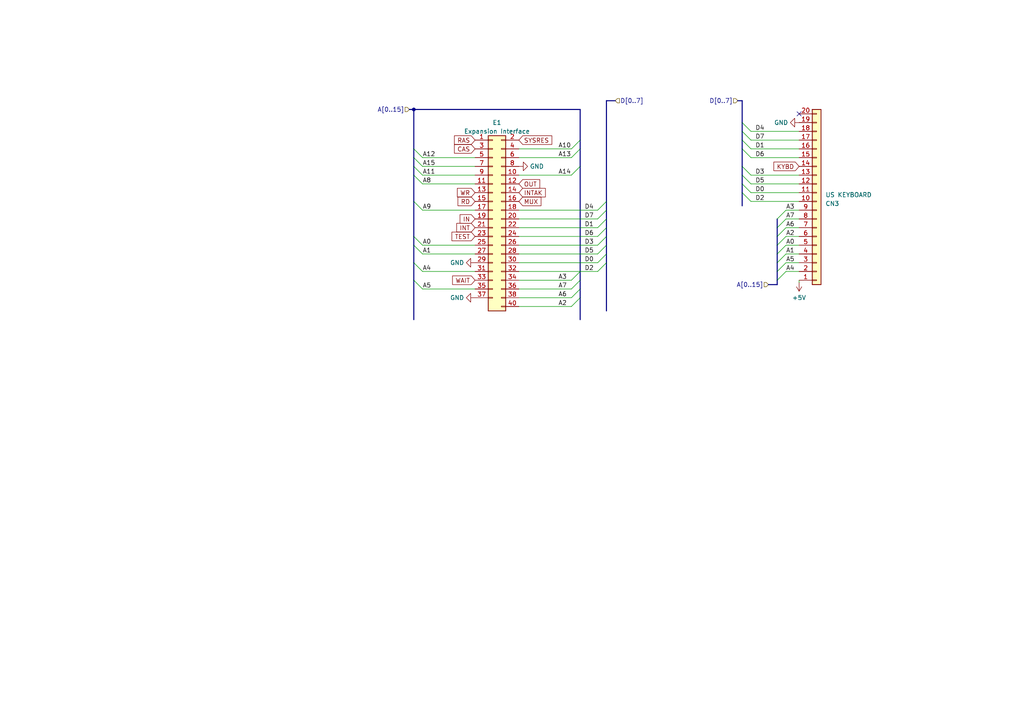
<source format=kicad_sch>
(kicad_sch (version 20230121) (generator eeschema)
  (paper "A4")
  (lib_symbols
    (symbol "Connector_Generic:Conn_01x20" (pin_names (offset 1.016) hide)
      (property "Reference" "J" (at 0 25.4 0))
      (property "Value" "Conn_01x20" (at 0 -27.94 0))
      (symbol "Conn_01x20_1_1"
        (rectangle (start -1.27 -25.273) (end 0 -25.527) (stroke (width 0.1524)))
        (rectangle (start -1.27 -22.733) (end 0 -22.987) (stroke (width 0.1524)))
        (rectangle (start -1.27 -20.193) (end 0 -20.447) (stroke (width 0.1524)))
        (rectangle (start -1.27 -17.653) (end 0 -17.907) (stroke (width 0.1524)))
        (rectangle (start -1.27 -15.113) (end 0 -15.367) (stroke (width 0.1524)))
        (rectangle (start -1.27 -12.573) (end 0 -12.827) (stroke (width 0.1524)))
        (rectangle (start -1.27 -10.033) (end 0 -10.287) (stroke (width 0.1524)))
        (rectangle (start -1.27 -7.493) (end 0 -7.747) (stroke (width 0.1524)))
        (rectangle (start -1.27 -4.953) (end 0 -5.207) (stroke (width 0.1524)))
        (rectangle (start -1.27 -2.413) (end 0 -2.667) (stroke (width 0.1524)))
        (rectangle (start -1.27 0.127) (end 0 -0.127) (stroke (width 0.1524)))
        (rectangle (start -1.27 2.667) (end 0 2.413) (stroke (width 0.1524)))
        (rectangle (start -1.27 5.207) (end 0 4.953) (stroke (width 0.1524)))
        (rectangle (start -1.27 7.747) (end 0 7.493) (stroke (width 0.1524)))
        (rectangle (start -1.27 10.287) (end 0 10.033) (stroke (width 0.1524)))
        (rectangle (start -1.27 12.827) (end 0 12.573) (stroke (width 0.1524)))
        (rectangle (start -1.27 15.367) (end 0 15.113) (stroke (width 0.1524)))
        (rectangle (start -1.27 17.907) (end 0 17.653) (stroke (width 0.1524)))
        (rectangle (start -1.27 20.447) (end 0 20.193) (stroke (width 0.1524)))
        (rectangle (start -1.27 22.987) (end 0 22.733) (stroke (width 0.1524)))
        (rectangle (start -1.27 24.13) (end 1.27 -26.67) (stroke (width 0.254)) (fill (type background)))
        (pin passive line (at -5.08 22.86 0) (length 3.81) (name "Pin_1") (number "1"))
        (pin passive line (at -5.08 0 0) (length 3.81) (name "Pin_10") (number "10"))
        (pin passive line (at -5.08 -2.54 0) (length 3.81) (name "Pin_11") (number "11"))
        (pin passive line (at -5.08 -5.08 0) (length 3.81) (name "Pin_12") (number "12"))
        (pin passive line (at -5.08 -7.62 0) (length 3.81) (name "Pin_13") (number "13"))
        (pin passive line (at -5.08 -10.16 0) (length 3.81) (name "Pin_14") (number "14"))
        (pin passive line (at -5.08 -12.7 0) (length 3.81) (name "Pin_15") (number "15"))
        (pin passive line (at -5.08 -15.24 0) (length 3.81) (name "Pin_16") (number "16"))
        (pin passive line (at -5.08 -17.78 0) (length 3.81) (name "Pin_17") (number "17"))
        (pin passive line (at -5.08 -20.32 0) (length 3.81) (name "Pin_18") (number "18"))
        (pin passive line (at -5.08 -22.86 0) (length 3.81) (name "Pin_19") (number "19"))
        (pin passive line (at -5.08 20.32 0) (length 3.81) (name "Pin_2") (number "2"))
        (pin passive line (at -5.08 -25.4 0) (length 3.81) (name "Pin_20") (number "20"))
        (pin passive line (at -5.08 17.78 0) (length 3.81) (name "Pin_3") (number "3"))
        (pin passive line (at -5.08 15.24 0) (length 3.81) (name "Pin_4") (number "4"))
        (pin passive line (at -5.08 12.7 0) (length 3.81) (name "Pin_5") (number "5"))
        (pin passive line (at -5.08 10.16 0) (length 3.81) (name "Pin_6") (number "6"))
        (pin passive line (at -5.08 7.62 0) (length 3.81) (name "Pin_7") (number "7"))
        (pin passive line (at -5.08 5.08 0) (length 3.81) (name "Pin_8") (number "8"))
        (pin passive line (at -5.08 2.54 0) (length 3.81) (name "Pin_9") (number "9"))
      )
    )
    (symbol "TRS80IUS:Expansion" (pin_names (offset 1.016) hide)
      (property "Reference" "E1" (at 1.27 27.94 0))
      (property "Value" "Expansion Interface" (at 1.27 25.4 0))
      (symbol "Expansion_1_1"
        (rectangle (start -1.27 -22.733) (end 0 -22.987) (stroke (width 0.1524)))
        (rectangle (start -1.27 -20.193) (end 0 -20.447) (stroke (width 0.1524)))
        (rectangle (start -1.27 -17.653) (end 0 -17.907) (stroke (width 0.1524)))
        (rectangle (start -1.27 -15.113) (end 0 -15.367) (stroke (width 0.1524)))
        (rectangle (start -1.27 -12.573) (end 0 -12.827) (stroke (width 0.1524)))
        (rectangle (start -1.27 -10.033) (end 0 -10.287) (stroke (width 0.1524)))
        (rectangle (start -1.27 -7.493) (end 0 -7.747) (stroke (width 0.1524)))
        (rectangle (start -1.27 -4.953) (end 0 -5.207) (stroke (width 0.1524)))
        (rectangle (start -1.27 -2.413) (end 0 -2.667) (stroke (width 0.1524)))
        (rectangle (start -1.27 0.127) (end 0 -0.127) (stroke (width 0.1524)))
        (rectangle (start -1.27 2.667) (end 0 2.413) (stroke (width 0.1524)))
        (rectangle (start -1.27 5.207) (end 0 4.953) (stroke (width 0.1524)))
        (rectangle (start -1.27 7.747) (end 0 7.493) (stroke (width 0.1524)))
        (rectangle (start -1.27 10.287) (end 0 10.033) (stroke (width 0.1524)))
        (rectangle (start -1.27 12.827) (end 0 12.573) (stroke (width 0.1524)))
        (rectangle (start -1.27 15.367) (end 0 15.113) (stroke (width 0.1524)))
        (rectangle (start -1.27 17.907) (end 0 17.653) (stroke (width 0.1524)))
        (rectangle (start -1.27 20.447) (end 0 20.193) (stroke (width 0.1524)))
        (rectangle (start -1.27 22.987) (end 0 22.733) (stroke (width 0.1524)))
        (rectangle (start -1.27 24.13) (end 3.81 -26.67) (stroke (width 0.254)) (fill (type background)))
        (rectangle (start 3.81 -25.273) (end 2.54 -25.527) (stroke (width 0.1524)))
        (rectangle (start 3.81 -22.733) (end 2.54 -22.987) (stroke (width 0.1524)))
        (rectangle (start 3.81 -20.193) (end 2.54 -20.447) (stroke (width 0.1524)))
        (rectangle (start 3.81 -17.653) (end 2.54 -17.907) (stroke (width 0.1524)))
        (rectangle (start 3.81 -15.113) (end 2.54 -15.367) (stroke (width 0.1524)))
        (rectangle (start 3.81 -12.573) (end 2.54 -12.827) (stroke (width 0.1524)))
        (rectangle (start 3.81 -10.033) (end 2.54 -10.287) (stroke (width 0.1524)))
        (rectangle (start 3.81 -7.493) (end 2.54 -7.747) (stroke (width 0.1524)))
        (rectangle (start 3.81 -4.953) (end 2.54 -5.207) (stroke (width 0.1524)))
        (rectangle (start 3.81 -2.413) (end 2.54 -2.667) (stroke (width 0.1524)))
        (rectangle (start 3.81 0.127) (end 2.54 -0.127) (stroke (width 0.1524)))
        (rectangle (start 3.81 2.667) (end 2.54 2.413) (stroke (width 0.1524)))
        (rectangle (start 3.81 5.207) (end 2.54 4.953) (stroke (width 0.1524)))
        (rectangle (start 3.81 7.747) (end 2.54 7.493) (stroke (width 0.1524)))
        (rectangle (start 3.81 10.287) (end 2.54 10.033) (stroke (width 0.1524)))
        (rectangle (start 3.81 12.827) (end 2.54 12.573) (stroke (width 0.1524)))
        (rectangle (start 3.81 15.367) (end 2.54 15.113) (stroke (width 0.1524)))
        (rectangle (start 3.81 17.907) (end 2.54 17.653) (stroke (width 0.1524)))
        (rectangle (start 3.81 20.447) (end 2.54 20.193) (stroke (width 0.1524)))
        (rectangle (start 3.81 22.987) (end 2.54 22.733) (stroke (width 0.1524)))
        (pin passive line (at -5.08 22.86 0) (length 3.81) (name "Pin_1") (number "1"))
        (pin passive line (at 7.62 12.7 180) (length 3.81) (name "Pin_10") (number "10"))
        (pin passive line (at -5.08 10.16 0) (length 3.81) (name "Pin_11") (number "11"))
        (pin passive line (at 7.62 10.16 180) (length 3.81) (name "Pin_12") (number "12"))
        (pin passive line (at -5.08 7.62 0) (length 3.81) (name "Pin_13") (number "13"))
        (pin passive line (at 7.62 7.62 180) (length 3.81) (name "Pin_14") (number "14"))
        (pin passive line (at -5.08 5.08 0) (length 3.81) (name "Pin_15") (number "15"))
        (pin passive line (at 7.62 5.08 180) (length 3.81) (name "Pin_16") (number "16"))
        (pin passive line (at -5.08 2.54 0) (length 3.81) (name "Pin_17") (number "17"))
        (pin passive line (at 7.62 2.54 180) (length 3.81) (name "Pin_18") (number "18"))
        (pin passive line (at -5.08 0 0) (length 3.81) (name "Pin_19") (number "19"))
        (pin passive line (at 7.62 22.86 180) (length 3.81) (name "Pin_2") (number "2"))
        (pin passive line (at 7.62 0 180) (length 3.81) (name "Pin_20") (number "20"))
        (pin passive line (at -5.08 -2.54 0) (length 3.81) (name "Pin_21") (number "21"))
        (pin passive line (at 7.62 -2.54 180) (length 3.81) (name "Pin_22") (number "22"))
        (pin passive line (at -5.08 -5.08 0) (length 3.81) (name "Pin_23") (number "23"))
        (pin passive line (at 7.62 -5.08 180) (length 3.81) (name "Pin_24") (number "24"))
        (pin passive line (at -5.08 -7.62 0) (length 3.81) (name "Pin_25") (number "25"))
        (pin passive line (at 7.62 -7.62 180) (length 3.81) (name "Pin_26") (number "26"))
        (pin passive line (at -5.08 -10.16 0) (length 3.81) (name "Pin_27") (number "27"))
        (pin passive line (at 7.62 -10.16 180) (length 3.81) (name "Pin_28") (number "28"))
        (pin passive line (at -5.08 -12.7 0) (length 3.81) (name "Pin_29") (number "29"))
        (pin passive line (at -5.08 20.32 0) (length 3.81) (name "Pin_3") (number "3"))
        (pin passive line (at 7.62 -12.7 180) (length 3.81) (name "Pin_30") (number "30"))
        (pin passive line (at -5.08 -15.24 0) (length 3.81) (name "Pin_31") (number "31"))
        (pin passive line (at 7.62 -15.24 180) (length 3.81) (name "Pin_32") (number "32"))
        (pin passive line (at -5.08 -17.78 0) (length 3.81) (name "Pin_33") (number "33"))
        (pin passive line (at 7.62 -17.78 180) (length 3.81) (name "Pin_34") (number "34"))
        (pin passive line (at -5.08 -20.32 0) (length 3.81) (name "Pin_35") (number "35"))
        (pin passive line (at 7.62 -20.32 180) (length 3.81) (name "Pin_36") (number "36"))
        (pin passive line (at -5.08 -22.86 0) (length 3.81) (name "Pin_37") (number "37"))
        (pin passive line (at 7.62 -22.86 180) (length 3.81) (name "Pin_38") (number "38"))
        (pin passive line (at 7.62 20.32 180) (length 3.81) (name "Pin_4") (number "4"))
        (pin passive line (at 7.62 -25.4 180) (length 3.81) (name "Pin_40") (number "40"))
        (pin passive line (at -5.08 17.78 0) (length 3.81) (name "Pin_5") (number "5"))
        (pin passive line (at 7.62 17.78 180) (length 3.81) (name "Pin_6") (number "6"))
        (pin passive line (at -5.08 15.24 0) (length 3.81) (name "Pin_7") (number "7"))
        (pin passive line (at 7.62 15.24 180) (length 3.81) (name "Pin_8") (number "8"))
        (pin passive line (at -5.08 12.7 0) (length 3.81) (name "Pin_9") (number "9"))
      )
    )
    (symbol "power:+5V" (power) (pin_names (offset 0))
      (property "Value" "+5V" (at 0 3.556 0))
      (symbol "+5V_0_1"
        (polyline (pts (xy -0.762 1.27) (xy 0 2.54)))
        (polyline (pts (xy 0 0) (xy 0 2.54)))
        (polyline (pts (xy 0 2.54) (xy 0.762 1.27)))
      )
      (symbol "+5V_1_1"
        (pin power_in line (at 0 0 90) (length 0) hide (name "+5V") (number "1"))
      )
    )
    (symbol "power:GND" (power) (pin_names (offset 0))
      (property "Value" "GND" (at 0 -3.81 0))
      (symbol "GND_0_1"
        (polyline (pts (xy 0 0) (xy 0 -1.27) (xy 1.27 -1.27) (xy 0 -2.54) (xy -1.27 -1.27) (xy 0 -1.27)))
      )
      (symbol "GND_1_1"
        (pin power_in line (at 0 0 270) (length 0) hide (name "GND") (number "1"))
      )
    )
  )
  (junction (at 120.015 31.75))
  (no_connect (at 231.775 33.02))
  (bus_entry (at 120.015 71.12) (size 2.54 2.54))
  (bus_entry (at 225.425 63.5) (size 2.54 -2.54))
  (bus_entry (at 215.265 48.26) (size 2.54 2.54))
  (bus_entry (at 173.355 73.66) (size 2.54 -2.54))
  (bus_entry (at 225.425 73.66) (size 2.54 -2.54))
  (bus_entry (at 225.425 81.28) (size 2.54 -2.54))
  (bus_entry (at 120.015 50.8) (size 2.54 2.54))
  (bus_entry (at 165.735 81.28) (size 2.54 -2.54))
  (bus_entry (at 120.015 43.18) (size 2.54 2.54))
  (bus_entry (at 215.265 53.34) (size 2.54 2.54))
  (bus_entry (at 173.355 60.96) (size 2.54 -2.54))
  (bus_entry (at 165.735 86.36) (size 2.54 -2.54))
  (bus_entry (at 120.015 76.2) (size 2.54 2.54))
  (bus_entry (at 173.355 66.04) (size 2.54 -2.54))
  (bus_entry (at 165.735 50.8) (size 2.54 -2.54))
  (bus_entry (at 225.425 66.04) (size 2.54 -2.54))
  (bus_entry (at 120.015 48.26) (size 2.54 2.54))
  (bus_entry (at 225.425 76.2) (size 2.54 -2.54))
  (bus_entry (at 215.265 50.8) (size 2.54 2.54))
  (bus_entry (at 173.355 63.5) (size 2.54 -2.54))
  (bus_entry (at 120.015 81.28) (size 2.54 2.54))
  (bus_entry (at 173.355 76.2) (size 2.54 -2.54))
  (bus_entry (at 215.265 55.88) (size 2.54 2.54))
  (bus_entry (at 225.425 71.12) (size 2.54 -2.54))
  (bus_entry (at 165.735 88.9) (size 2.54 -2.54))
  (bus_entry (at 173.355 78.74) (size 2.54 -2.54))
  (bus_entry (at 165.735 45.72) (size 2.54 -2.54))
  (bus_entry (at 173.355 71.12) (size 2.54 -2.54))
  (bus_entry (at 225.425 68.58) (size 2.54 -2.54))
  (bus_entry (at 165.735 83.82) (size 2.54 -2.54))
  (bus_entry (at 173.355 68.58) (size 2.54 -2.54))
  (bus_entry (at 215.265 40.64) (size 2.54 2.54))
  (bus_entry (at 120.015 68.58) (size 2.54 2.54))
  (bus_entry (at 215.265 43.18) (size 2.54 2.54))
  (bus_entry (at 215.265 35.56) (size 2.54 2.54))
  (bus_entry (at 165.735 43.18) (size 2.54 -2.54))
  (bus_entry (at 120.015 58.42) (size 2.54 2.54))
  (bus_entry (at 215.265 38.1) (size 2.54 2.54))
  (bus_entry (at 225.425 78.74) (size 2.54 -2.54))
  (bus_entry (at 120.015 45.72) (size 2.54 2.54))
  (bus (pts (xy 175.895 60.96) (xy 175.895 63.5)))
  (wire (pts (xy 150.495 50.8) (xy 165.735 50.8)))
  (bus (pts (xy 175.895 66.04) (xy 175.895 68.58)))
  (bus (pts (xy 225.425 81.28) (xy 225.425 82.55)))
  (bus (pts (xy 175.895 76.2) (xy 175.895 90.17)))
  (bus (pts (xy 225.425 68.58) (xy 225.425 71.12)))
  (wire (pts (xy 217.805 58.42) (xy 231.775 58.42)))
  (wire (pts (xy 122.555 53.34) (xy 137.795 53.34)))
  (bus (pts (xy 120.015 45.72) (xy 120.015 48.26)))
  (bus (pts (xy 215.265 48.26) (xy 215.265 50.8)))
  (wire (pts (xy 217.805 50.8) (xy 231.775 50.8)))
  (wire (pts (xy 227.965 68.58) (xy 231.775 68.58)))
  (wire (pts (xy 150.495 68.58) (xy 173.355 68.58)))
  (bus (pts (xy 215.265 50.8) (xy 215.265 53.34)))
  (bus (pts (xy 120.015 58.42) (xy 120.015 68.58)))
  (wire (pts (xy 122.555 48.26) (xy 137.795 48.26)))
  (bus (pts (xy 225.425 73.66) (xy 225.425 76.2)))
  (bus (pts (xy 215.265 43.18) (xy 215.265 48.26)))
  (bus (pts (xy 120.015 43.18) (xy 120.015 45.72)))
  (bus (pts (xy 175.895 58.42) (xy 175.895 60.96)))
  (wire (pts (xy 227.965 63.5) (xy 231.775 63.5)))
  (wire (pts (xy 122.555 73.66) (xy 137.795 73.66)))
  (bus (pts (xy 120.015 71.12) (xy 120.015 76.2)))
  (bus (pts (xy 215.265 53.34) (xy 215.265 55.88)))
  (bus (pts (xy 168.275 40.64) (xy 168.275 43.18)))
  (wire (pts (xy 150.495 83.82) (xy 165.735 83.82)))
  (bus (pts (xy 222.885 82.55) (xy 225.425 82.55)))
  (bus (pts (xy 168.275 83.82) (xy 168.275 86.36)))
  (bus (pts (xy 215.265 38.1) (xy 215.265 40.64)))
  (wire (pts (xy 168.275 78.74) (xy 173.355 78.74)))
  (wire (pts (xy 217.805 55.88) (xy 231.775 55.88)))
  (wire (pts (xy 122.555 78.74) (xy 137.795 78.74)))
  (wire (pts (xy 150.495 45.72) (xy 165.735 45.72)))
  (wire (pts (xy 122.555 71.12) (xy 137.795 71.12)))
  (wire (pts (xy 122.555 60.96) (xy 137.795 60.96)))
  (wire (pts (xy 227.965 60.96) (xy 231.775 60.96)))
  (wire (pts (xy 150.495 86.36) (xy 165.735 86.36)))
  (bus (pts (xy 213.995 29.21) (xy 215.265 29.21)))
  (bus (pts (xy 118.745 31.75) (xy 120.015 31.75)))
  (bus (pts (xy 215.265 55.88) (xy 215.265 59.69)))
  (bus (pts (xy 120.015 81.28) (xy 120.015 92.71)))
  (bus (pts (xy 168.275 78.74) (xy 168.275 81.28)))
  (bus (pts (xy 225.425 78.74) (xy 225.425 81.28)))
  (wire (pts (xy 150.495 43.18) (xy 165.735 43.18)))
  (wire (pts (xy 217.805 38.1) (xy 231.775 38.1)))
  (wire (pts (xy 217.805 43.18) (xy 231.775 43.18)))
  (wire (pts (xy 227.965 76.2) (xy 231.775 76.2)))
  (wire (pts (xy 150.495 63.5) (xy 173.355 63.5)))
  (wire (pts (xy 231.775 81.915) (xy 231.775 81.28)))
  (bus (pts (xy 168.275 43.18) (xy 168.275 48.26)))
  (bus (pts (xy 225.425 76.2) (xy 225.425 78.74)))
  (wire (pts (xy 150.495 71.12) (xy 173.355 71.12)))
  (bus (pts (xy 175.895 68.58) (xy 175.895 71.12)))
  (wire (pts (xy 227.965 66.04) (xy 231.775 66.04)))
  (bus (pts (xy 225.425 71.12) (xy 225.425 73.66)))
  (bus (pts (xy 120.015 48.26) (xy 120.015 50.8)))
  (bus (pts (xy 175.895 29.21) (xy 175.895 58.42)))
  (wire (pts (xy 227.965 78.74) (xy 231.775 78.74)))
  (bus (pts (xy 178.435 29.21) (xy 175.895 29.21)))
  (bus (pts (xy 168.275 31.75) (xy 168.275 40.64)))
  (wire (pts (xy 217.805 53.34) (xy 231.775 53.34)))
  (bus (pts (xy 175.895 71.12) (xy 175.895 73.66)))
  (bus (pts (xy 120.015 68.58) (xy 120.015 71.12)))
  (wire (pts (xy 217.805 40.64) (xy 231.775 40.64)))
  (bus (pts (xy 215.265 35.56) (xy 215.265 38.1)))
  (bus (pts (xy 215.265 29.21) (xy 215.265 35.56)))
  (wire (pts (xy 150.495 78.74) (xy 168.275 78.74)))
  (bus (pts (xy 168.275 86.36) (xy 168.275 92.71)))
  (bus (pts (xy 120.015 50.8) (xy 120.015 58.42)))
  (bus (pts (xy 225.425 66.04) (xy 225.425 68.58)))
  (wire (pts (xy 150.495 76.2) (xy 173.355 76.2)))
  (wire (pts (xy 150.495 88.9) (xy 165.735 88.9)))
  (bus (pts (xy 175.895 63.5) (xy 175.895 66.04)))
  (wire (pts (xy 150.495 66.04) (xy 173.355 66.04)))
  (wire (pts (xy 150.495 60.96) (xy 173.355 60.96)))
  (bus (pts (xy 120.015 31.75) (xy 120.015 43.18)))
  (bus (pts (xy 120.015 31.75) (xy 168.275 31.75)))
  (wire (pts (xy 122.555 45.72) (xy 137.795 45.72)))
  (bus (pts (xy 168.275 81.28) (xy 168.275 83.82)))
  (wire (pts (xy 122.555 83.82) (xy 137.795 83.82)))
  (wire (pts (xy 150.495 81.28) (xy 165.735 81.28)))
  (wire (pts (xy 150.495 73.66) (xy 173.355 73.66)))
  (bus (pts (xy 120.015 76.2) (xy 120.015 81.28)))
  (wire (pts (xy 217.805 45.72) (xy 231.775 45.72)))
  (bus (pts (xy 175.895 73.66) (xy 175.895 76.2)))
  (wire (pts (xy 122.555 50.8) (xy 137.795 50.8)))
  (wire (pts (xy 227.965 71.12) (xy 231.775 71.12)))
  (bus (pts (xy 215.265 40.64) (xy 215.265 43.18)))
  (bus (pts (xy 168.275 48.26) (xy 168.275 78.74)))
  (bus (pts (xy 225.425 63.5) (xy 225.425 66.04)))
  (wire (pts (xy 227.965 73.66) (xy 231.775 73.66)))
  (label "A10" (at 161.925 43.18 0))
  (label "A4" (at 227.965 78.74 0))
  (label "D4" (at 219.075 38.1 0))
  (label "A0" (at 122.555 71.12 0))
  (label "D1" (at 219.075 43.18 0))
  (label "A2" (at 161.925 88.9 0))
  (label "D5" (at 169.545 73.66 0))
  (label "A3" (at 161.925 81.28 0))
  (label "D2" (at 169.545 78.74 0))
  (label "A9" (at 122.555 60.96 0))
  (label "A0" (at 227.965 71.12 0))
  (label "A6" (at 161.925 86.36 0))
  (label "D6" (at 219.075 45.72 0))
  (label "D3" (at 169.545 71.12 0))
  (label "A7" (at 227.965 63.5 0))
  (label "A11" (at 122.555 50.8 0))
  (label "A2" (at 227.965 68.58 0))
  (label "A5" (at 122.555 83.82 0))
  (label "A13" (at 161.925 45.72 0))
  (label "A4" (at 122.555 78.74 0))
  (label "D4" (at 169.545 60.96 0))
  (label "D5" (at 219.075 53.34 0))
  (label "A1" (at 227.965 73.66 0))
  (label "D1" (at 169.545 66.04 0))
  (label "D7" (at 169.545 63.5 0))
  (label "A3" (at 227.965 60.96 0))
  (label "D0" (at 169.545 76.2 0))
  (label "A8" (at 122.555 53.34 0))
  (label "D2" (at 219.075 58.42 0))
  (label "A12" (at 122.555 45.72 0))
  (label "A15" (at 122.555 48.26 0))
  (label "D6" (at 169.545 68.58 0))
  (label "D7" (at 219.075 40.64 0))
  (label "A14" (at 161.925 50.8 0))
  (label "D3" (at 219.075 50.8 0))
  (label "A6" (at 227.965 66.04 0))
  (label "A1" (at 122.555 73.66 0))
  (label "A5" (at 227.965 76.2 0))
  (label "D0" (at 219.075 55.88 0))
  (label "A7" (at 161.925 83.82 0))
  (global_label "IN" (shape input) (at 137.795 63.5 180) (property "Intersheetrefs" "${INTERSHEET_REFS}" (effects hide)))
  (global_label "KYBD" (shape input) (at 231.775 48.26 180) (property "Intersheetrefs" "${INTERSHEET_REFS}" (effects hide)))
  (global_label "MUX" (shape input) (at 150.495 58.42 0) (property "Intersheetrefs" "${INTERSHEET_REFS}" (effects hide)))
  (global_label "WAIT" (shape input) (at 137.795 81.28 180) (property "Intersheetrefs" "${INTERSHEET_REFS}" (effects hide)))
  (global_label "CAS" (shape input) (at 137.795 43.18 180) (property "Intersheetrefs" "${INTERSHEET_REFS}" (effects hide)))
  (global_label "TEST" (shape input) (at 137.795 68.58 180) (property "Intersheetrefs" "${INTERSHEET_REFS}" (effects hide)))
  (global_label "RAS" (shape input) (at 137.795 40.64 180) (property "Intersheetrefs" "${INTERSHEET_REFS}" (effects hide)))
  (global_label "OUT" (shape input) (at 150.495 53.34 0) (property "Intersheetrefs" "${INTERSHEET_REFS}" (effects hide)))
  (global_label "INTAK" (shape input) (at 150.495 55.88 0) (property "Intersheetrefs" "${INTERSHEET_REFS}" (effects hide)))
  (global_label "SYSRES" (shape input) (at 150.495 40.64 0) (property "Intersheetrefs" "${INTERSHEET_REFS}" (effects hide)))
  (global_label "RD" (shape input) (at 137.795 58.42 180) (property "Intersheetrefs" "${INTERSHEET_REFS}" (effects hide)))
  (global_label "WR" (shape input) (at 137.795 55.88 180) (property "Intersheetrefs" "${INTERSHEET_REFS}" (effects hide)))
  (global_label "INT" (shape input) (at 137.795 66.04 180) (property "Intersheetrefs" "${INTERSHEET_REFS}" (effects hide)))
  (hierarchical_label "D[0..7]" (shape input) (at 178.435 29.21 0))
  (hierarchical_label "A[0..15]" (shape input) (at 118.745 31.75 180))
  (hierarchical_label "A[0..15]" (shape input) (at 222.885 82.55 180))
  (hierarchical_label "D[0..7]" (shape input) (at 213.995 29.21 180))
  (symbol (lib_id "power:GND") (at 150.495 48.26 90) (unit 1)
    (property "Reference" "#PWR0108" (effects hide))
    (property "Value" "GND" (at 153.67 48.26 90) (effects (justify right)))
    (instances (project "TRS80IUS" (path "" (reference "#PWR0108") (unit 1)) (path "" (reference "#PWR0123") (unit 1)) (path "" (reference "#PWR0261") (unit 1))))
  )
  (symbol (lib_id "power:+5V") (at 231.775 81.915 180) (unit 1)
    (property "Reference" "#PWR010" (effects hide))
    (property "Value" "+5V" (at 231.775 86.36 0))
    (instances (project "TRS80IUS" (path "" (reference "#PWR010") (unit 1)) (path "" (reference "#PWR0263") (unit 1))))
  )
  (symbol (lib_id "power:GND") (at 137.795 76.2 270) (unit 1)
    (property "Reference" "#PWR0108" (effects hide))
    (property "Value" "GND" (at 134.62 76.2 90) (effects (justify right)))
    (instances (project "TRS80IUS" (path "" (reference "#PWR0108") (unit 1)) (path "" (reference "#PWR0123") (unit 1)) (path "" (reference "#PWR0259") (unit 1))))
  )
  (symbol (lib_id "Connector_Generic:Conn_01x20") (at 236.855 58.42 0) (mirror x) (unit 1)
    (property "Reference" "CN3" (at 239.395 59.055 0) (effects (justify left)))
    (property "Value" "US KEYBOARD" (at 239.395 56.515 0) (effects (justify left)))
    (property "Footprint" "TRS80IUS:Keyboard 2.54mm" (effects hide))
  )
  (symbol (lib_id "power:GND") (at 231.775 35.56 270) (unit 1)
    (property "Reference" "#PWR0108" (effects hide))
    (property "Value" "GND" (at 228.6 35.56 90) (effects (justify right)))
    (instances (project "TRS80IUS" (path "" (reference "#PWR0108") (unit 1)) (path "" (reference "#PWR0123") (unit 1)) (path "" (reference "#PWR0262") (unit 1))))
  )
  (symbol (lib_id "TRS80IUS:Expansion") (at 142.875 63.5 0) (unit 1)
    (property "Reference" "E1" (at 144.145 35.56 0))
    (property "Value" "Expansion Interface" (at 144.145 38.1 0))
    (property "Footprint" "TRS80IUS:TRS80IEdgeConnector" (effects hide))
  )
  (symbol (lib_id "power:GND") (at 137.795 86.36 270) (unit 1)
    (property "Reference" "#PWR0108" (effects hide))
    (property "Value" "GND" (at 134.62 86.36 90) (effects (justify right)))
    (instances (project "TRS80IUS" (path "" (reference "#PWR0108") (unit 1)) (path "" (reference "#PWR0123") (unit 1)) (path "" (reference "#PWR0260") (unit 1))))
  )
)
</source>
